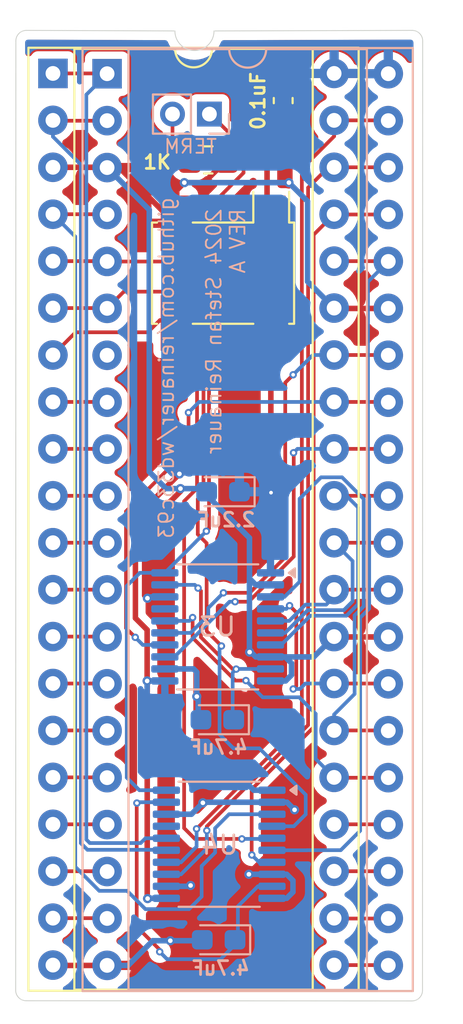
<source format=kicad_pcb>
(kicad_pcb (version 20240108) (generator "pcbnew") (generator_version "8.0")
  (layers (0 "F.Cu" signal) (31 "B.Cu" signal) (34 "B.Paste" user) (35 "F.Paste" user) (36 "B.SilkS" user "B.Silkscreen") (37 "F.SilkS" user "F.Silkscreen") (38 "B.Mask" user) (39 "F.Mask" user) (44 "Edge.Cuts" user))
  (net 0 "")
  (net 1 "VCC")
  (net 2 "GND")
  (net 3 "D2")
  (net 4 "D4")
  (net 5 "D6")
  (net 6 "~{SD2}")
  (net 7 "D0")
  (net 8 "~{RE}")
  (net 9 "~{C}{slash}D")
  (net 10 "~{I{slash}O}")
  (net 11 "~{SD6}")
  (net 12 "~{BSY}")
  (net 13 "D7")
  (net 14 "~{ACK}")
  (net 15 "~{SD5}")
  (net 16 "D3")
  (net 17 "~{SD0}")
  (net 18 "~{SD1}")
  (net 19 "D1")
  (net 20 "INTRQ")
  (net 21 "A0")
  (net 22 "~{CS}")
  (net 23 "ALE")
  (net 24 "~{SD7}")
  (net 25 "~{MR}")
  (net 26 "~{SEL}")
  (net 27 "~{DACK}")
  (net 28 "~{SDP}")
  (net 29 "D5")
  (net 30 "~{REQ}")
  (net 31 "~{MSG}")
  (net 32 "CLK")
  (net 33 "~{SD4}")
  (net 34 "~{DRQ}")
  (net 35 "~{WE}")
  (net 36 "~{ATN}")
  (net 37 "~{SD3}")
  (net 38 "CLK_FAST")
  (net 41 "Net-(U3-VREF1)")
  (net 42 "Net-(U4-VREF1)")
  (net 43 "TERM_ENA")
  (net 44 "Net-(JP1-B)")
  (footprint "Resistor_SMD:R_0805_2012Metric_Pad1.20x1.40mm_HandSolder" (layer "F.Cu") (at 78.07 64.84)
    (property "Reference" "R1" (hide yes))
    (property "Value" "1K")
  )
  (footprint "Package_DIP:DIP-40_W15.24mm_Socket" (layer "F.Cu") (at 69.65 60.16)
    (property "Reference" "U1" (hide yes))
    (property "Value" "~")
  )
  (footprint "Capacitor_SMD:C_0603_1608Metric" (layer "F.Cu") (at 82.13 61.63 -90)
    (property "Reference" "C1" (hide yes))
    (property "Value" "0.1uF")
  )
  (footprint "Oscillator:Oscillator_SMD_Fordahl_DFAS2-4Pin_7.3x5.1mm_HandSoldering" (layer "F.Cu") (at 78.87 70.97 180)
    (property "Reference" "X1" (hide yes))
    (property "Value" "DFA-S2")
  )
  (footprint "wd33c93:DIP-40_W15.24mm_Socket" (layer "F.Cu") (at 72.585 60.175)
    (property "Reference" "U2" (hide yes))
    (property "Value" "~")
  )
  (footprint "Connector_PinHeader_2.00mm:PinHeader_1x02_P2.00mm_Vertical" (layer "B.Cu") (at 78.13 62.36 90)
    (property "Reference" "JP1" (hide yes))
    (property "Value" "Jumper_2_Open")
  )
  (footprint "Package_SO:TSSOP-20_4.4x6.5mm_P0.65mm" (layer "B.Cu") (at 78.5775 90.115 180)
    (property "Reference" "U3")
    (property "Value" "~")
  )
  (footprint "Capacitor_Tantalum_SMD:CP_EIA-2012-12_Kemet-R" (layer "B.Cu") (at 78.56 95.14 180)
    (property "Reference" "C2" (hide yes))
    (property "Value" "4.7uF")
  )
  (footprint "Capacitor_Tantalum_SMD:CP_EIA-2012-12_Kemet-R" (layer "B.Cu") (at 78.63 107.05 180)
    (property "Reference" "C3" (hide yes))
    (property "Value" "4.7uF")
  )
  (footprint "Package_SO:TSSOP-20_4.4x6.5mm_P0.65mm" (layer "B.Cu") (at 78.66 101.88 180)
    (property "Reference" "U4")
    (property "Value" "~")
  )
  (footprint "Capacitor_Tantalum_SMD:CP_EIA-2012-12_Kemet-R" (layer "B.Cu") (at 78.87 82.8 180)
    (property "Reference" "C4" (hide yes))
    (property "Value" "2.2uF")
  )
  (gr_arc (start 68.2 110.35) (mid 67.796949 110.183051) (end 67.63 109.78) (stroke (width 0.05)) (layer "Edge.Cuts"))
  (gr_arc (start 67.64 58.4) (mid 67.806949 57.996949) (end 68.21 57.83) (stroke (width 0.05)) (layer "Edge.Cuts"))
  (gr_line (start 89.69 58.4) (end 89.68 109.79) (stroke (width 0.05)) (layer "Edge.Cuts"))
  (gr_line (start 68.2 110.35) (end 89.11 110.36) (stroke (width 0.05)) (layer "Edge.Cuts"))
  (gr_arc (start 89.12 57.83) (mid 89.523051 57.996949) (end 89.69 58.4) (stroke (width 0.05)) (layer "Edge.Cuts"))
  (gr_arc (start 78.38 57.86) (mid 77.32 58.92) (end 76.26 57.86) (stroke (width 0.05)) (layer "Edge.Cuts"))
  (gr_line (start 67.64 58.4) (end 67.63 109.78) (stroke (width 0.05)) (layer "Edge.Cuts"))
  (gr_line (start 68.21 57.83) (end 76.26 57.86) (stroke (width 0.05)) (layer "Edge.Cuts"))
  (gr_line (start 78.38 57.86) (end 89.12 57.83) (stroke (width 0.05)) (layer "Edge.Cuts"))
  (gr_arc (start 89.68 109.79) (mid 89.513051 110.193051) (end 89.11 110.36) (stroke (width 0.05)) (layer "Edge.Cuts"))
  (gr_text "github.com/reinauer/wd33c93\n\n 2024 Stefan Reinauer\n REV A" (at 80.13 66.8 90) (layer "B.SilkS") (effects (font (size 0.8 0.8) (thickness 0.1) (bold yes)) (justify left bottom mirror)))
  (gr_text "TERM" (at 78.6 64.55 0) (layer "B.SilkS") (effects (font (size 0.75 0.75) (thickness 0.1)) (justify left bottom mirror)))
  (segment (start 81.255 61.255) (end 81.255 68.045) (width 0.3) (layer "F.Cu") (net 1))
  (segment (start 81.47 82.85) (end 81.46 82.84) (width 0.3) (layer "F.Cu") (net 1))
  (segment (start 82.7538 60.5575) (end 82.4563 60.855) (width 0.3) (layer "F.Cu") (net 1))
  (segment (start 81.46 73.69) (end 81.48 73.67) (width 0.3) (layer "F.Cu") (net 1))
  (segment (start 74.12 84.22) (end 74.12 89.639403) (width 0.3) (layer "F.Cu") (net 1))
  (segment (start 74.76 93.045) (end 74.755 93.04) (width 0.3) (layer "F.Cu") (net 1))
  (segment (start 87.61 60.26) (end 84.89 60.26) (width 0.3) (layer "F.Cu") (net 1))
  (segment (start 74.755 90.274403) (end 74.755 93.04) (width 0.3) (layer "F.Cu") (net 1))
  (segment (start 84.89 60.26) (end 83.0513 60.26) (width 0.3) (layer "F.Cu") (net 1))
  (segment (start 82.13 60.855) (end 81.655 60.855) (width 0.3) (layer "F.Cu") (net 1))
  (segment (start 74.78 104.82) (end 74.76 104.8) (width 0.3) (layer "F.Cu") (net 1))
  (segment (start 81.48 68.27) (end 81.48 73.67) (width 0.3) (layer "F.Cu") (net 1))
  (segment (start 81.46 82.84) (end 81.46 73.69) (width 0.3) (layer "F.Cu") (net 1))
  (segment (start 74.12 89.639403) (end 74.755 90.274403) (width 0.3) (layer "F.Cu") (net 1))
  (segment (start 74.76 104.8) (end 74.76 93.045) (width 0.3) (layer "F.Cu") (net 1))
  (segment (start 81.655 60.855) (end 81.255 61.255) (width 0.3) (layer "F.Cu") (net 1))
  (segment (start 83.0513 60.26) (end 82.7538 60.5575) (width 0.3) (layer "F.Cu") (net 1))
  (segment (start 76.504265 81.835735) (end 74.12 84.22) (width 0.3) (layer "F.Cu") (net 1))
  (via (at 74.755 93.04) (size 0.5) (drill 0.25) (layers "F.Cu" "B.Cu") (net 1))
  (via (at 76.504265 81.835735) (size 0.5) (drill 0.25) (layers "F.Cu" "B.Cu") (net 1))
  (via (at 74.78 104.82) (size 0.5) (drill 0.25) (layers "F.Cu" "B.Cu") (net 1))
  (via (at 81.47 82.85) (size 0.4) (drill 0.2) (layers "F.Cu" "B.Cu") (net 1))
  (segment (start 81.47 82.85) (end 81.44 82.88) (width 0.3) (layer "B.Cu") (net 1))
  (segment (start 76.565 81.775) (end 76.504265 81.835735) (width 0.3) (layer "B.Cu") (net 1))
  (segment (start 76.91 96.42) (end 78 96.42) (width 0.3) (layer "B.Cu") (net 1))
  (segment (start 80.535 98.955) (end 81.135 98.955) (width 0.3) (layer "B.Cu") (net 1))
  (segment (start 81.44 82.88) (end 81.44 87.19) (width 0.3) (layer "B.Cu") (net 1))
  (segment (start 79.78 82.71) (end 79.78 81.8) (width 0.3) (layer "B.Cu") (net 1))
  (segment (start 79.92 82.85) (end 79.78 82.71) (width 0.3) (layer "B.Cu") (net 1))
  (segment (start 74.795 104.805) (end 75.7975 104.805) (width 0.3) (layer "B.Cu") (net 1))
  (segment (start 81.47 82.85) (end 79.92 82.85) (width 0.3) (layer "B.Cu") (net 1))
  (segment (start 78 96.42) (end 80.535 98.955) (width 0.3) (layer "B.Cu") (net 1))
  (segment (start 79.78 81.8) (end 79.755 81.775) (width 0.3) (layer "B.Cu") (net 1))
  (segment (start 74.755 93.04) (end 75.715 93.04) (width 0.3) (layer "B.Cu") (net 1))
  (segment (start 74.755 93.04) (end 74.755 94.265) (width 0.3) (layer "B.Cu") (net 1))
  (segment (start 79.755 81.775) (end 76.565 81.775) (width 0.3) (layer "B.Cu") (net 1))
  (segment (start 74.78 104.82) (end 74.795 104.805) (width 0.3) (layer "B.Cu") (net 1))
  (segment (start 74.755 94.265) (end 76.91 96.42) (width 0.3) (layer "B.Cu") (net 1))
  (segment (start 77.11 106) (end 76.01 107.1) (width 0.3) (layer "F.Cu") (net 2))
  (segment (start 74.62 84.72) (end 76.5608 82.7792) (width 0.3) (layer "F.Cu") (net 2))
  (segment (start 80.2697 103.505) (end 80.2697 103.468829) (width 0.3) (layer "F.Cu") (net 2))
  (segment (start 87.83 90.66) (end 84.91 90.66) (width 0.3) (layer "F.Cu") (net 2))
  (segment (start 82.745735 100.992794) (end 82.745735 100.015735) (width 0.3) (layer "F.Cu") (net 2))
  (segment (start 77.4465 99.3069) (end 77.7757 99.6361) (width 0.3) (layer "F.Cu") (net 2))
  (segment (start 76.5608 82.7792) (end 76.5608 82.6297) (width 0.3) (layer "F.Cu") (net 2))
  (segment (start 77.11 104.11) (end 77.11 106) (width 0.3) (layer "F.Cu") (net 2))
  (segment (start 80.71 93.268529) (end 80.71 91.88) (width 0.3) (layer "F.Cu") (net 2))
  (segment (start 77.11 104.11) (end 79.63 104.11) (width 0.3) (layer "F.Cu") (net 2))
  (segment (start 77.4465 93.8838) (end 80.094729 93.8838) (width 0.3) (layer "F.Cu") (net 2))
  (segment (start 80.2697 103.468829) (end 82.745735 100.992794) (width 0.3) (layer "F.Cu") (net 2))
  (segment (start 73.23 65.24) (end 76.26 68.27) (width 0.3) (layer "F.Cu") (net 2))
  (segment (start 76.26 66.58) (end 76.77 66.07) (width 0.3) (layer "F.Cu") (net 2))
  (segment (start 80.71 91.88) (end 80.31 91.48) (width 0.3) (layer "F.Cu") (net 2))
  (segment (start 80.094729 93.8838) (end 80.71 93.268529) (width 0.3) (layer "F.Cu") (net 2))
  (segment (start 72.59 108.44) (end 69.67 108.44) (width 0.3) (layer "F.Cu") (net 2))
  (segment (start 80.235 103.505) (end 80.2697 103.505) (width 0.3) (layer "F.Cu") (net 2))
  (segment (start 82.13 62.405) (end 82.13 65.76) (width 0.3) (layer "F.Cu") (net 2))
  (segment (start 77.4465 93.8838) (end 77.4465 99.3069) (width 0.3) (layer "F.Cu") (net 2))
  (segment (start 74.77 88.563442) (end 74.62 88.413442) (width 0.3) (layer "F.Cu") (net 2))
  (segment (start 79.63 104.11) (end 80.235 103.505) (width 0.3) (layer "F.Cu") (net 2))
  (segment (start 69.65 65.24) (end 73.23 65.24) (width 0.3) (layer "F.Cu") (net 2))
  (segment (start 77.84 66.07) (end 79.07 64.84) (width 0.3) (layer "F.Cu") (net 2))
  (segment (start 87.83 72.88) (end 84.91 72.88) (width 0.3) (layer "F.Cu") (net 2))
  (segment (start 76.26 68.27) (end 76.26 66.58) (width 0.3) (layer "F.Cu") (net 2))
  (segment (start 82.13 65.76) (end 82.44 66.07) (width 0.3) (layer "F.Cu") (net 2))
  (segment (start 76.77 66.07) (end 77.84 66.07) (width 0.3) (layer "F.Cu") (net 2))
  (segment (start 74.62 88.413442) (end 74.62 84.72) (width 0.3) (layer "F.Cu") (net 2))
  (via (at 80.2697 103.505) (size 0.5) (drill 0.25) (layers "F.Cu" "B.Cu") (net 2))
  (via (at 80.31 91.48) (size 0.5) (drill 0.25) (layers "F.Cu" "B.Cu") (net 2))
  (via (at 76.5608 82.6297) (size 0.5) (drill 0.25) (layers "F.Cu" "B.Cu") (net 2))
  (via (at 82.44 66.07) (size 0.5) (drill 0.25) (layers "F.Cu" "B.Cu") (net 2))
  (via (at 77.7757 99.6361) (size 0.5) (drill 0.25) (layers "F.Cu" "B.Cu") (net 2))
  (via (at 74.77 88.563442) (size 0.5) (drill 0.25) (layers "F.Cu" "B.Cu") (net 2))
  (via (at 76.01 107.1) (size 0.5) (drill 0.25) (layers "F.Cu" "B.Cu") (net 2))
  (via (at 76.77 66.07) (size 0.5) (drill 0.25) (layers "F.Cu" "B.Cu") (net 2))
  (via (at 77.4465 93.8838) (size 0.5) (drill 0.25) (layers "F.Cu" "B.Cu") (net 2))
  (via (at 82.745735 100.015735) (size 0.5) (drill 0.25) (layers "F.Cu" "B.Cu") (net 2))
  (via (at 77.11 104.11) (size 0.5) (drill 0.25) (layers "F.Cu" "B.Cu") (net 2))
  (segment (start 77.7757 99.6361) (end 77.1568 100.255) (width 0.3) (layer "B.Cu") (net 2))
  (segment (start 76.01 107.1) (end 75.06137 107.1) (width 0.3) (layer "B.Cu") (net 2))
  (segment (start 76.5608 82.6297) (end 75.7797 82.6297) (width 0.3) (layer "B.Cu") (net 2))
  (segment (start 77.11 104.11) (end 77.065 104.155) (width 0.3) (layer "B.Cu") (net 2))
  (segment (start 80.642622 91.74) (end 80.77 91.74) (width 0.3) (layer "B.Cu") (net 2))
  (segment (start 82.335 99.605) (end 82.745735 100.015735) (width 0.3) (layer "B.Cu") (net 2))
  (segment (start 77.5225 93.9598) (end 77.4465 93.8838) (width 0.3) (layer "B.Cu") (net 2))
  (segment (start 80.3 91.397378) (end 80.642622 91.74) (width 0.3) (layer "B.Cu") (net 2))
  (segment (start 77.2716 92.39) (end 77.4465 92.5649) (width 0.3) (layer "B.Cu") (net 2))
  (segment (start 77.8068 99.605) (end 81.5225 99.605) (width 0.3) (layer "B.Cu") (net 2))
  (segment (start 77.065 104.155) (end 75.7975 104.155) (width 0.3) (layer "B.Cu") (net 2))
  (segment (start 77.4465 92.5649) (end 77.4465 93.8838) (width 0.3) (layer "B.Cu") (net 2))
  (segment (start 74.843442 88.49) (end 75.715 88.49) (width 0.3) (layer "B.Cu") (net 2))
  (segment (start 82.335 99.605) (end 81.5225 99.605) (width 0.3) (layer "B.Cu") (net 2))
  (segment (start 76.01 107.1) (end 77.27 107.1) (width 0.3) (layer "B.Cu") (net 2))
  (segment (start 73.72137 108.44) (end 72.59 108.44) (width 0.3) (layer "B.Cu") (net 2))
  (segment (start 82.319878 103.505) (end 82.66 103.845122) (width 0.3) (layer "B.Cu") (net 2))
  (segment (start 83.45 71.42) (end 84.89 72.86) (width 0.3) (layer "B.Cu") (net 2))
  (segment (start 74.77 88.563442) (end 74.843442 88.49) (width 0.3) (layer "B.Cu") (net 2))
  (segment (start 74.87 67.54) (end 72.585 65.255) (width 0.3) (layer "B.Cu") (net 2))
  (segment (start 75.7797 82.6297) (end 74.87 81.72) (width 0.3) (layer "B.Cu") (net 2))
  (segment (start 82.44 66.07) (end 83.45 67.08) (width 0.3) (layer "B.Cu") (net 2))
  (segment (start 77.7757 99.6361) (end 77.8068 99.605) (width 0.3) (layer "B.Cu") (net 2))
  (segment (start 80.3025 87.499878) (end 80.642622 87.84) (width 0.3) (layer "B.Cu") (net 2))
  (segment (start 82.44 66.07) (end 76.77 66.07) (width 0.3) (layer "B.Cu") (net 2))
  (segment (start 81.5225 103.505) (end 82.319878 103.505) (width 0.3) (layer "B.Cu") (net 2))
  (segment (start 82.237378 91.74) (end 82.5775 92.080122) (width 0.3) (layer "B.Cu") (net 2))
  (segment (start 75.7975 100.255) (end 77.1568 100.255) (width 0.3) (layer "B.Cu") (net 2))
  (segment (start 77.5225 95.14) (end 77.5225 93.9598) (width 0.3) (layer "B.Cu") (net 2))
  (segment (start 81.44 91.74) (end 83.79 91.74) (width 0.3) (layer "B.Cu") (net 2))
  (segment (start 80.3025 85.3025) (end 80.3025 87.499878) (width 0.3) (layer "B.Cu") (net 2))
  (segment (start 77.8325 82.8325) (end 80.3025 85.3025) (width 0.3) (layer "B.Cu") (net 2))
  (segment (start 74.87 81.72) (end 74.87 67.54) (width 0.3) (layer "B.Cu") (net 2))
  (segment (start 75.06137 107.1) (end 73.72137 108.44) (width 0.3) (layer "B.Cu") (net 2))
  (segment (start 80.642622 87.84) (end 81.44 87.84) (width 0.3) (layer "B.Cu") (net 2))
  (segment (start 81.5225 103.505) (end 80.2697 103.505) (width 0.3) (layer "B.Cu") (net 2))
  (segment (start 83.45 67.08) (end 83.45 71.42) (width 0.3) (layer "B.Cu") (net 2))
  (segment (start 76.5608 82.6297) (end 77.6622 82.6297) (width 0.3) (layer "B.Cu") (net 2))
  (segment (start 77.27 107.1) (end 77.6 106.77) (width 0.3) (layer "B.Cu") (net 2))
  (segment (start 80.3 87.497378) (end 80.3 91.397378) (width 0.3) (layer "B.Cu") (net 2))
  (segment (start 82.319878 104.805) (end 81.5225 104.805) (width 0.3) (layer "B.Cu") (net 2))
  (segment (start 77.2716 92.39) (end 75.715 92.39) (width 0.3) (layer "B.Cu") (net 2))
  (segment (start 82.66 103.845122) (end 82.66 104.464878) (width 0.3) (layer "B.Cu") (net 2))
  (segment (start 83.79 91.74) (end 84.89 90.64) (width 0.3) (layer "B.Cu") (net 2))
  (segment (start 82.66 104.464878) (end 82.319878 104.805) (width 0.3) (layer "B.Cu") (net 2))
  (segment (start 82.5775 92.7225) (end 82.26 93.04) (width 0.3) (layer "B.Cu") (net 2))
  (segment (start 81.44 91.74) (end 82.237378 91.74) (width 0.3) (layer "B.Cu") (net 2))
  (segment (start 82.26 93.04) (end 81.44 93.04) (width 0.3) (layer "B.Cu") (net 2))
  (segment (start 82.5775 92.080122) (end 82.5775 92.7225) (width 0.3) (layer "B.Cu") (net 2))
  (segment (start 69.65 90.64) (end 72.57 90.64) (width 0.2) (layer "F.Cu") (net 3))
  (segment (start 69.65 95.72) (end 72.57 95.72) (width 0.2) (layer "F.Cu") (net 4))
  (segment (start 69.65 100.8) (end 72.57 100.8) (width 0.2) (layer "F.Cu") (net 5))
  (segment (start 84.89 88.1) (end 87.81 88.1) (width 0.2) (layer "F.Cu") (net 6))
  (segment (start 84.46 88.91) (end 83.335736 88.91) (width 0.2) (layer "B.Cu") (net 6))
  (segment (start 82.455736 89.79) (end 81.44 89.79) (width 0.2) (layer "B.Cu") (net 6))
  (segment (start 83.335736 88.91) (end 82.455736 89.79) (width 0.2) (layer "B.Cu") (net 6))
  (segment (start 84.89 88.48) (end 84.46 88.91) (width 0.2) (layer "B.Cu") (net 6))
  (segment (start 69.65 85.56) (end 72.57 85.56) (width 0.2) (layer "F.Cu") (net 7))
  (segment (start 84.89 103.34) (end 87.81 103.34) (width 0.2) (layer "F.Cu") (net 8))
  (segment (start 69.65 67.78) (end 72.57 67.78) (width 0.2) (layer "F.Cu") (net 9))
  (segment (start 77.028529 105.39) (end 77.71 104.708529) (width 0.2) (layer "B.Cu") (net 9))
  (segment (start 70.86 68.99) (end 70.86 103.1) (width 0.2) (layer "B.Cu") (net 9))
  (segment (start 79.195 100.255) (end 81.5225 100.255) (width 0.2) (layer "B.Cu") (net 9))
  (segment (start 70.86 103.1) (end 72.16 104.4) (width 0.2) (layer "B.Cu") (net 9))
  (segment (start 74.66 105.39) (end 77.028529 105.39) (width 0.2) (layer "B.Cu") (net 9))
  (segment (start 73.67 104.4) (end 74.66 105.39) (width 0.2) (layer "B.Cu") (net 9))
  (segment (start 77.71 103.06) (end 78.44 102.33) (width 0.2) (layer "B.Cu") (net 9))
  (segment (start 69.65 67.78) (end 70.86 68.99) (width 0.2) (layer "B.Cu") (net 9))
  (segment (start 78.44 102.33) (end 78.44 101.01) (width 0.2) (layer "B.Cu") (net 9))
  (segment (start 78.44 101.01) (end 79.195 100.255) (width 0.2) (layer "B.Cu") (net 9))
  (segment (start 77.71 104.708529) (end 77.71 103.06) (width 0.2) (layer "B.Cu") (net 9))
  (segment (start 72.16 104.4) (end 73.67 104.4) (width 0.2) (layer "B.Cu") (net 9))
  (segment (start 69.65 60.16) (end 72.57 60.16) (width 0.2) (layer "F.Cu") (net 10))
  (segment (start 71.46 101.625) (end 71.46 61.31) (width 0.2) (layer "B.Cu") (net 10))
  (segment (start 71.46 61.31) (end 72.59 60.18) (width 0.2) (layer "B.Cu") (net 10))
  (segment (start 74.665 101.555) (end 74.405 101.815) (width 0.2) (layer "B.Cu") (net 10))
  (segment (start 74.405 101.815) (end 71.65 101.815) (width 0.2) (layer "B.Cu") (net 10))
  (segment (start 75.7975 101.555) (end 74.665 101.555) (width 0.2) (layer "B.Cu") (net 10))
  (segment (start 71.65 101.815) (end 71.46 101.625) (width 0.2) (layer "B.Cu") (net 10))
  (segment (start 77 78.52) (end 76.99595 78.51595) (width 0.2) (layer "F.Cu") (net 11))
  (segment (start 84.89 77.94) (end 87.81 77.94) (width 0.2) (layer "F.Cu") (net 11))
  (segment (start 77 80.47) (end 77 78.52) (width 0.2) (layer "F.Cu") (net 11))
  (segment (start 73.61 83.86) (end 77 80.47) (width 0.2) (layer "F.Cu") (net 11))
  (segment (start 73.61 90.18) (end 73.61 83.86) (width 0.2) (layer "F.Cu") (net 11))
  (segment (start 74.11 90.68) (end 73.61 90.18) (width 0.2) (layer "F.Cu") (net 11))
  (via (at 74.11 90.68) (size 0.4) (drill 0.2) (layers "F.Cu" "B.Cu") (net 11))
  (via (at 76.99595 78.51595) (size 0.4) (drill 0.2) (layers "F.Cu" "B.Cu") (net 11))
  (segment (start 74.11 90.68) (end 74.52 91.09) (width 0.2) (layer "B.Cu") (net 11))
  (segment (start 77.5719 77.94) (end 84.89 77.94) (width 0.2) (layer "B.Cu") (net 11))
  (segment (start 76.99595 78.51595) (end 77.5719 77.94) (width 0.2) (layer "B.Cu") (net 11))
  (segment (start 74.52 91.09) (end 75.715 91.09) (width 0.2) (layer "B.Cu") (net 11))
  (segment (start 77.81 72.04) (end 76.11 70.34) (width 0.2) (layer "F.Cu") (net 12))
  (segment (start 78.78 91.14) (end 77.98 90.34) (width 0.2) (layer "F.Cu") (net 12))
  (segment (start 72.57 70.32) (end 69.65 70.32) (width 0.2) (layer "F.Cu") (net 12))
  (segment (start 77.98 90.34) (end 77.98 85.586397) (width 0.2) (layer "F.Cu") (net 12))
  (segment (start 77.5 85.106397) (end 77.5 83.19) (width 0.2) (layer "F.Cu") (net 12))
  (segment (start 77.98 85.586397) (end 77.5 85.106397) (width 0.2) (layer "F.Cu") (net 12))
  (segment (start 77.81 82.88) (end 77.81 72.04) (width 0.2) (layer "F.Cu") (net 12))
  (segment (start 76.11 70.34) (end 72.59 70.34) (width 0.2) (layer "F.Cu") (net 12))
  (segment (start 78.78 91.15) (end 78.78 91.14) (width 0.2) (layer "F.Cu") (net 12))
  (segment (start 77.5 83.19) (end 77.81 82.88) (width 0.2) (layer "F.Cu") (net 12))
  (via (at 78.78 91.15) (size 0.4) (drill 0.2) (layers "F.Cu" "B.Cu") (net 12))
  (segment (start 83.35 100.26) (end 82.705 100.905) (width 0.2) (layer "B.Cu") (net 12))
  (segment (start 82.705 100.905) (end 81.5225 100.905) (width 0.2) (layer "B.Cu") (net 12))
  (segment (start 83.35 99.2) (end 83.35 100.26) (width 0.2) (layer "B.Cu") (net 12))
  (segment (start 78.68 95.9356) (end 79.4327 96.6883) (width 0.2) (layer "B.Cu") (net 12))
  (segment (start 80.8383 96.6883) (end 83.35 99.2) (width 0.2) (layer "B.Cu") (net 12))
  (segment (start 78.78 91.15) (end 78.68 91.25) (width 0.2) (layer "B.Cu") (net 12))
  (segment (start 79.4327 96.6883) (end 80.8383 96.6883) (width 0.2) (layer "B.Cu") (net 12))
  (segment (start 78.68 91.25) (end 78.68 95.9356) (width 0.2) (layer "B.Cu") (net 12))
  (segment (start 69.65 103.34) (end 72.57 103.34) (width 0.2) (layer "F.Cu") (net 13))
  (segment (start 84.89 65.24) (end 87.81 65.24) (width 0.2) (layer "F.Cu") (net 14))
  (segment (start 83.48 66.34) (end 84.58 65.24) (width 0.2) (layer "F.Cu") (net 14))
  (segment (start 83.48 95.424264) (end 83.48 66.34) (width 0.2) (layer "F.Cu") (net 14))
  (segment (start 77.99 101.14) (end 77.99 100.914264) (width 0.2) (layer "F.Cu") (net 14))
  (segment (start 77.99 100.914264) (end 83.48 95.424264) (width 0.2) (layer "F.Cu") (net 14))
  (via (at 77.99 101.14) (size 0.4) (drill 0.2) (layers "F.Cu" "B.Cu") (net 14))
  (segment (start 77.99 102.108818) (end 76.593818 103.505) (width 0.2) (layer "B.Cu") (net 14))
  (segment (start 76.593818 103.505) (end 75.7975 103.505) (width 0.2) (layer "B.Cu") (net 14))
  (segment (start 77.99 101.14) (end 77.99 102.108818) (width 0.2) (layer "B.Cu") (net 14))
  (segment (start 82.7 86.31) (end 82.7 80.7) (width 0.2) (layer "F.Cu") (net 15))
  (segment (start 79.521621 88.752356) (end 80.257644 88.752356) (width 0.2) (layer "F.Cu") (net 15))
  (segment (start 84.89 80.48) (end 87.81 80.48) (width 0.2) (layer "F.Cu") (net 15))
  (segment (start 82.7 80.7) (end 82.69 80.69) (width 0.2) (layer "F.Cu") (net 15))
  (segment (start 80.257644 88.752356) (end 82.7 86.31) (width 0.2) (layer "F.Cu") (net 15))
  (via (at 79.521621 88.752356) (size 0.4) (drill 0.2) (layers "F.Cu" "B.Cu") (net 15))
  (via (at 82.69 80.69) (size 0.4) (drill 0.2) (layers "F.Cu" "B.Cu") (net 15))
  (segment (start 79.220115 88.752356) (end 76.232471 91.74) (width 0.2) (layer "B.Cu") (net 15))
  (segment (start 82.69 80.69) (end 82.9 80.48) (width 0.2) (layer "B.Cu") (net 15))
  (segment (start 82.9 80.48) (end 84.89 80.48) (width 0.2) (layer "B.Cu") (net 15))
  (segment (start 79.521621 88.752356) (end 79.220115 88.752356) (width 0.2) (layer "B.Cu") (net 15))
  (segment (start 69.65 93.18) (end 72.57 93.18) (width 0.2) (layer "F.Cu") (net 16))
  (segment (start 84.89 95.72) (end 87.81 95.72) (width 0.2) (layer "F.Cu") (net 17))
  (segment (start 83.02 87.67) (end 82.2 88.49) (width 0.2) (layer "B.Cu") (net 17))
  (segment (start 83.02 83.18) (end 83.02 87.67) (width 0.2) (layer "B.Cu") (net 17))
  (segment (start 86 89.494264) (end 86.49 89.004264) (width 0.2) (layer "B.Cu") (net 17))
  (segment (start 86 93.7462) (end 86 89.494264) (width 0.2) (layer "B.Cu") (net 17))
  (segment (start 86.49 89.004264) (end 86.49 83.19) (width 0.2) (layer "B.Cu") (net 17))
  (segment (start 85.32 82.02) (end 84.18 82.02) (width 0.2) (layer "B.Cu") (net 17))
  (segment (start 84.89 94.8562) (end 86 93.7462) (width 0.2) (layer "B.Cu") (net 17))
  (segment (start 86.49 83.19) (end 85.32 82.02) (width 0.2) (layer "B.Cu") (net 17))
  (segment (start 84.18 82.02) (end 83.02 83.18) (width 0.2) (layer "B.Cu") (net 17))
  (segment (start 82.2 88.49) (end 81.44 88.49) (width 0.2) (layer "B.Cu") (net 17))
  (segment (start 84.89 95.72) (end 84.89 94.8562) (width 0.2) (layer "B.Cu") (net 17))
  (segment (start 82.84 89.33) (end 82.475 88.965) (width 0.2) (layer "F.Cu") (net 18))
  (segment (start 82.672647 93.475572) (end 82.84 93.308219) (width 0.2) (layer "F.Cu") (net 18))
  (segment (start 84.89 93.18) (end 87.81 93.18) (width 0.2) (layer "F.Cu") (net 18))
  (segment (start 82.84 93.308219) (end 82.84 89.33) (width 0.2) (layer "F.Cu") (net 18))
  (via (at 82.672647 93.475572) (size 0.4) (drill 0.2) (layers "F.Cu" "B.Cu") (net 18))
  (via (at 82.475 88.965) (size 0.4) (drill 0.2) (layers "F.Cu" "B.Cu") (net 18))
  (segment (start 82.672647 93.475572) (end 83.034428 93.475572) (width 0.2) (layer "B.Cu") (net 18))
  (segment (start 82.3 89.14) (end 81.44 89.14) (width 0.2) (layer "B.Cu") (net 18))
  (segment (start 83.034428 93.475572) (end 83.33 93.18) (width 0.2) (layer "B.Cu") (net 18))
  (segment (start 82.475 88.965) (end 82.3 89.14) (width 0.2) (layer "B.Cu") (net 18))
  (segment (start 83.33 93.18) (end 84.89 93.18) (width 0.2) (layer "B.Cu") (net 18))
  (segment (start 69.65 88.1) (end 72.57 88.1) (width 0.2) (layer "F.Cu") (net 19))
  (segment (start 69.65 83.02) (end 72.57 83.02) (width 0.2) (layer "F.Cu") (net 20))
  (segment (start 69.65 105.88) (end 72.57 105.88) (width 0.2) (layer "F.Cu") (net 21))
  (segment (start 84.89 108.42) (end 87.81 108.42) (width 0.2) (layer "F.Cu") (net 22))
  (segment (start 84.89 100.8) (end 87.81 100.8) (width 0.2) (layer "F.Cu") (net 23))
  (segment (start 82.24 76.8983) (end 82.66915 76.46915) (width 0.2) (layer "F.Cu") (net 24))
  (segment (start 84.89 75.4) (end 87.81 75.4) (width 0.2) (layer "F.Cu") (net 24))
  (segment (start 80.315736 88.27) (end 82.24 86.345736) (width 0.2) (layer "F.Cu") (net 24))
  (segment (start 78.89 88.27) (end 80.315736 88.27) (width 0.2) (layer "F.Cu") (net 24))
  (segment (start 82.24 86.345736) (end 82.24 76.8983) (width 0.2) (layer "F.Cu") (net 24))
  (via (at 82.66915 76.46915) (size 0.4) (drill 0.2) (layers "F.Cu" "B.Cu") (net 24))
  (via (at 78.89 88.27) (size 0.4) (drill 0.2) (layers "F.Cu" "B.Cu") (net 24))
  (segment (start 82.66915 76.46915) (end 83.7383 75.4) (width 0.2) (layer "B.Cu") (net 24))
  (segment (start 78.89 88.27) (end 78.07 89.09) (width 0.2) (layer "B.Cu") (net 24))
  (segment (start 77.108207 90.44) (end 75.715 90.44) (width 0.2) (layer "B.Cu") (net 24))
  (segment (start 83.7383 75.4) (end 84.89 75.4) (width 0.2) (layer "B.Cu") (net 24))
  (segment (start 78.07 89.478207) (end 77.108207 90.44) (width 0.2) (layer "B.Cu") (net 24))
  (segment (start 78.07 89.09) (end 78.07 89.478207) (width 0.2) (layer "B.Cu") (net 24))
  (segment (start 84.89 70.32) (end 87.81 70.32) (width 0.2) (layer "F.Cu") (net 25))
  (segment (start 81.5225 102.205) (end 83.423 102.205) (width 0.2) (layer "B.Cu") (net 25))
  (segment (start 86.79 89.128528) (end 86.79 83.065736) (width 0.2) (layer "B.Cu") (net 25))
  (segment (start 86.79 83.065736) (end 86.725 83.000736) (width 0.2) (layer "B.Cu") (net 25))
  (segment (start 85.25 102.2) (end 86.3 101.15) (width 0.2) (layer "B.Cu") (net 25))
  (segment (start 86.725 83.000736) (end 86.725 71.435) (width 0.2) (layer "B.Cu") (net 25))
  (segment (start 86.3 89.618528) (end 86.79 89.128528) (width 0.2) (layer "B.Cu") (net 25))
  (segment (start 83.428 102.2) (end 85.25 102.2) (width 0.2) (layer "B.Cu") (net 25))
  (segment (start 83.423 102.205) (end 83.428 102.2) (width 0.2) (layer "B.Cu") (net 25))
  (segment (start 86.3 101.15) (end 86.3 89.618528) (width 0.2) (layer "B.Cu") (net 25))
  (segment (start 86.725 71.435) (end 87.825 70.335) (width 0.2) (layer "B.Cu") (net 25))
  (segment (start 77.46 72.2) (end 77.46 82.613811) (width 0.2) (layer "F.Cu") (net 26))
  (segment (start 77.23 71.97) (end 77.46 72.2) (width 0.2) (layer "F.Cu") (net 26))
  (segment (start 76.76 83.313811) (end 76.76 101.005997) (width 0.2) (layer "F.Cu") (net 26))
  (segment (start 69.65 72.86) (end 72.57 72.86) (width 0.2) (layer "F.Cu") (net 26))
  (segment (start 72.585 72.875) (end 73.49 71.97) (width 0.2) (layer "F.Cu") (net 26))
  (segment (start 73.49 71.97) (end 77.23 71.97) (width 0.2) (layer "F.Cu") (net 26))
  (segment (start 76.76 101.005997) (end 77.344003 101.59) (width 0.2) (layer "F.Cu") (net 26))
  (segment (start 77.344003 101.59) (end 79.89 101.59) (width 0.2) (layer "F.Cu") (net 26))
  (segment (start 77.46 82.613811) (end 76.76 83.313811) (width 0.2) (layer "F.Cu") (net 26))
  (via (at 79.89 101.59) (size 0.4) (drill 0.2) (layers "F.Cu" "B.Cu") (net 26))
  (segment (start 79.89 101.59) (end 81.4875 101.59) (width 0.2) (layer "B.Cu") (net 26))
  (segment (start 69.65 80.48) (end 72.57 80.48) (width 0.2) (layer "F.Cu") (net 27))
  (segment (start 87.83 98.28) (end 84.91 98.28) (width 0.2) (layer "F.Cu") (net 28))
  (segment (start 77.22 89.61) (end 77.22 90.701264) (width 0.2) (layer "F.Cu") (net 28))
  (segment (start 79.538736 93.02) (end 80.11 93.02) (width 0.2) (layer "F.Cu") (net 28))
  (segment (start 77.22 90.701264) (end 79.538736 93.02) (width 0.2) (layer "F.Cu") (net 28))
  (via (at 80.11 93.02) (size 0.4) (drill 0.2) (layers "F.Cu" "B.Cu") (net 28))
  (via (at 77.22 89.61) (size 0.4) (drill 0.2) (layers "F.Cu" "B.Cu") (net 28))
  (segment (start 77.22 89.61) (end 77.04 89.79) (width 0.2) (layer "B.Cu") (net 28))
  (segment (start 83.89 94.82) (end 83.89 97.26) (width 0.2) (layer "B.Cu") (net 28))
  (segment (start 77.04 89.79) (end 75.715 89.79) (width 0.2) (layer "B.Cu") (net 28))
  (segment (start 83.89 97.26) (end 84.89 98.26) (width 0.2) (layer "B.Cu") (net 28))
  (segment (start 82.995572 93.925572) (end 83.89 94.82) (width 0.2) (layer "B.Cu") (net 28))
  (segment (start 81.015572 93.925572) (end 82.995572 93.925572) (width 0.2) (layer "B.Cu") (net 28))
  (segment (start 80.11 93.02) (end 81.015572 93.925572) (width 0.2) (layer "B.Cu") (net 28))
  (segment (start 69.65 98.26) (end 72.57 98.26) (width 0.2) (layer "F.Cu") (net 29))
  (segment (start 83.14 65.3138) (end 84.89 63.5638) (width 0.2) (layer "F.Cu") (net 30))
  (segment (start 77.4352 101.0448) (end 83.14 95.34) (width 0.2) (layer "F.Cu") (net 30))
  (segment (start 83.14 95.34) (end 83.14 65.3138) (width 0.2) (layer "F.Cu") (net 30))
  (segment (start 84.89 63.5638) (end 84.89 62.7) (width 0.2) (layer "F.Cu") (net 30))
  (segment (start 84.89 62.7) (end 87.81 62.7) (width 0.2) (layer "F.Cu") (net 30))
  (via (at 77.4352 101.0448) (size 0.4) (drill 0.2) (layers "F.Cu" "B.Cu") (net 30))
  (segment (start 76.5896 102.855) (end 75.7975 102.855) (width 0.2) (layer "B.Cu") (net 30))
  (segment (start 77.4352 102.0094) (end 76.5896 102.855) (width 0.2) (layer "B.Cu") (net 30))
  (segment (start 77.4352 101.0448) (end 77.4352 102.0094) (width 0.2) (layer "B.Cu") (net 30))
  (segment (start 72.59 62.72) (end 69.67 62.72) (width 0.2) (layer "F.Cu") (net 31))
  (segment (start 69.65 63.5832) (end 71.16 65.0932) (width 0.2) (layer "B.Cu") (net 31))
  (segment (start 69.65 62.7) (end 69.65 63.5832) (width 0.2) (layer "B.Cu") (net 31))
  (segment (start 71.52 102.18) (end 75.7725 102.18) (width 0.2) (layer "B.Cu") (net 31))
  (segment (start 71.16 101.82) (end 71.52 102.18) (width 0.2) (layer "B.Cu") (net 31))
  (segment (start 71.16 65.0932) (end 71.16 101.82) (width 0.2) (layer "B.Cu") (net 31))
  (segment (start 84.89 83.02) (end 87.81 83.02) (width 0.2) (layer "F.Cu") (net 33))
  (segment (start 85.56 83.02) (end 86.19 83.65) (width 0.2) (layer "B.Cu") (net 33))
  (segment (start 85.56 89.51) (end 83.6 89.51) (width 0.2) (layer "B.Cu") (net 33))
  (segment (start 86.19 88.88) (end 85.56 89.51) (width 0.2) (layer "B.Cu") (net 33))
  (segment (start 83.6 89.51) (end 82.02 91.09) (width 0.2) (layer "B.Cu") (net 33))
  (segment (start 86.19 83.65) (end 86.19 88.88) (width 0.2) (layer "B.Cu") (net 33))
  (segment (start 69.65 77.94) (end 72.57 77.94) (width 0.2) (layer "F.Cu") (net 34))
  (segment (start 87.83 105.9) (end 84.91 105.9) (width 0.2) (layer "F.Cu") (net 35))
  (segment (start 83.78 68.89) (end 84.89 67.78) (width 0.2) (layer "F.Cu") (net 36))
  (segment (start 80.43 102.46) (end 80.42 102.45) (width 0.2) (layer "F.Cu") (net 36))
  (segment (start 87.825 67.795) (end 84.905 67.795) (width 0.2) (layer "F.Cu") (net 36))
  (segment (start 83.78 95.548528) (end 83.78 68.89) (width 0.2) (layer "F.Cu") (net 36))
  (segment (start 84.905 67.795) (end 84.89 67.78) (width 0.2) (layer "F.Cu") (net 36))
  (segment (start 80.42 98.908528) (end 83.78 95.548528) (width 0.2) (layer "F.Cu") (net 36))
  (segment (start 80.42 102.45) (end 80.42 98.908528) (width 0.2) (layer "F.Cu") (net 36))
  (via (at 80.43 102.46) (size 0.4) (drill 0.2) (layers "F.Cu" "B.Cu") (net 36))
  (segment (start 80.43 102.46) (end 80.825 102.855) (width 0.2) (layer "B.Cu") (net 36))
  (segment (start 80.825 102.855) (end 81.5225 102.855) (width 0.2) (layer "B.Cu") (net 36))
  (segment (start 84.89 85.56) (end 87.81 85.56) (width 0.2) (layer "F.Cu") (net 37))
  (segment (start 85.416 89.21) (end 83.46 89.21) (width 0.2) (layer "B.Cu") (net 37))
  (segment (start 83.46 89.21) (end 82.23 90.44) (width 0.2) (layer "B.Cu") (net 37))
  (segment (start 84.9 85.56) (end 85.89 86.55) (width 0.2) (layer "B.Cu") (net 37))
  (segment (start 82.23 90.44) (end 81.44 90.44) (width 0.2) (layer "B.Cu") (net 37))
  (segment (start 85.89 86.55) (end 85.89 88.736) (width 0.2) (layer "B.Cu") (net 37))
  (segment (start 85.89 88.736) (end 85.416 89.21) (width 0.2) (layer "B.Cu") (net 37))
  (segment (start 75.45 73.51) (end 74.79 74.17) (width 0.2) (layer "F.Cu") (net 38))
  (segment (start 70.88 74.17) (end 69.65 75.4) (width 0.2) (layer "F.Cu") (net 38))
  (segment (start 74.79 74.17) (end 70.88 74.17) (width 0.2) (layer "F.Cu") (net 38))
  (segment (start 75.48 73.51) (end 75.45 73.51) (width 0.2) (layer "F.Cu") (net 38))
  (segment (start 75.715 73.745) (end 75.48 73.51) (width 0.2) (layer "F.Cu") (net 38))
  (segment (start 79.393603 92.4) (end 79.58 92.4) (width 0.2) (layer "F.Cu") (net 41))
  (segment (start 77.67 88.17) (end 77.67 90.676397) (width 0.2) (layer "F.Cu") (net 41))
  (segment (start 77.515 88.015) (end 77.67 88.17) (width 0.2) (layer "F.Cu") (net 41))
  (segment (start 77.67 90.676397) (end 79.393603 92.4) (width 0.2) (layer "F.Cu") (net 41))
  (via (at 79.58 92.4) (size 0.4) (drill 0.2) (layers "F.Cu" "B.Cu") (net 41))
  (via (at 77.515 88.015) (size 0.4) (drill 0.2) (layers "F.Cu" "B.Cu") (net 41))
  (segment (start 79.58 92.4) (end 79.39 92.59) (width 0.2) (layer "B.Cu") (net 41))
  (segment (start 77.515 88.015) (end 77.34 87.84) (width 0.2) (layer "B.Cu") (net 41))
  (segment (start 79.39 94.9325) (end 79.5975 95.14) (width 0.2) (layer "B.Cu") (net 41))
  (segment (start 79.58 92.4) (end 79.59 92.39) (width 0.2) (layer "B.Cu") (net 41))
  (segment (start 79.59 92.39) (end 81.44 92.39) (width 0.2) (layer "B.Cu") (net 41))
  (segment (start 79.39 92.59) (end 79.39 94.9325) (width 0.2) (layer "B.Cu") (net 41))
  (segment (start 77.34 87.84) (end 75.715 87.84) (width 0.2) (layer "B.Cu") (net 41))
  (segment (start 74.2 99.65) (end 74.19 99.66) (width 0.2) (layer "F.Cu") (net 42))
  (segment (start 74.19 99.66) (end 74.19 106.34) (width 0.2) (layer "F.Cu") (net 42))
  (segment (start 74.19 106.34) (end 75.437264 107.587264) (width 0.2) (layer "F.Cu") (net 42))
  (segment (start 75.437264 107.587264) (end 75.437264 107.7) (width 0.2) (layer "F.Cu") (net 42))
  (via (at 75.437264 107.7) (size 0.4) (drill 0.2) (layers "F.Cu" "B.Cu") (net 42))
  (via (at 74.2 99.65) (size 0.4) (drill 0.2) (layers "F.Cu" "B.Cu") (net 42))
  (segment (start 74.2 99.65) (end 74.245 99.605) (width 0.2) (layer "B.Cu") (net 42))
  (segment (start 80.7582 104.155) (end 81.5225 104.155) (width 0.2) (layer "B.Cu") (net 42))
  (segment (start 75.837264 108.1) (end 78.731 108.1) (width 0.2) (layer "B.Cu") (net 42))
  (segment (start 74.245 99.605) (end 75.7975 99.605) (width 0.2) (layer "B.Cu") (net 42))
  (segment (start 79.675 107.156) (end 79.675 105.238) (width 0.2) (layer "B.Cu") (net 42))
  (segment (start 75.437264 107.7) (end 75.837264 108.1) (width 0.2) (layer "B.Cu") (net 42))
  (segment (start 78.731 108.1) (end 79.675 107.156) (width 0.2) (layer "B.Cu") (net 42))
  (segment (start 79.675 105.238) (end 80.7582 104.155) (width 0.2) (layer "B.Cu") (net 42))
  (segment (start 78.11 84.79) (end 78.11 67.41) (width 0.2) (layer "F.Cu") (net 43))
  (segment (start 78.11 67.41) (end 79.98 65.54) (width 0.2) (layer "F.Cu") (net 43))
  (segment (start 79.98 65.54) (end 79.98 64.16) (width 0.2) (layer "F.Cu") (net 43))
  (segment (start 79.98 64.16) (end 78.18 62.36) (width 0.2) (layer "F.Cu") (net 43))
  (segment (start 78.18 62.36) (end 78.13 62.36) (width 0.2) (layer "F.Cu") (net 43))
  (segment (start 77.965 84.935) (end 78.11 84.79) (width 0.2) (layer "F.Cu") (net 43))
  (via (at 77.965 84.935) (size 0.4) (drill 0.2) (layers "F.Cu" "B.Cu") (net 43))
  (segment (start 74.335 98.955) (end 75.7975 98.955) (width 0.2) (layer "B.Cu") (net 43))
  (segment (start 77.3601 85.5449) (end 75.715 87.19) (width 0.2) (layer "B.Cu") (net 43))
  (segment (start 74.36 87.19) (end 73.65 87.9) (width 0.2) (layer "B.Cu") (net 43))
  (segment (start 77.965 84.935) (end 77.3601 85.5399) (width 0.2) (layer "B.Cu") (net 43))
  (segment (start 73.65 98.27) (end 74.335 98.955) (width 0.2) (layer "B.Cu") (net 43))
  (segment (start 77.3601 85.5399) (end 77.3601 85.5449) (width 0.2) (layer "B.Cu") (net 43))
  (segment (start 73.65 87.9) (end 73.65 98.27) (width 0.2) (layer "B.Cu") (net 43))
  (segment (start 75.715 87.19) (end 74.36 87.19) (width 0.2) (layer "B.Cu") (net 43))
  (segment (start 76.13 62.36) (end 76.13 64.24) (width 0.2) (layer "F.Cu") (net 44))
  (segment (start 76.13 64.24) (end 76.76 64.87) (width 0.2) (layer "F.Cu") (net 44))
  (zone (net 2) (net_name "GND") (layer "F.Cu") (connect_pads (clearance 0.4)) (min_thickness 0.4) (fill yes (thermal_gap 0.5) (thermal_bridge_width 0.5) (island_removal_mode 2) (island_area_min 3))
    (polygon (pts (xy 66.78 56.53) (xy 66.88 111.43) (xy 91.65 111.5) (xy 91.65 56.73)))
  )
  (zone (net 1) (net_name "VCC") (layer "B.Cu") (connect_pads (clearance 0.5)) (min_thickness 0.3) (fill yes (thermal_gap 0.5) (thermal_bridge_width 0.5) (island_removal_mode 2) (island_area_min 2))
    (polygon (pts (xy 67.011449 56.185498) (xy 67.111449 111.085498) (xy 91.881449 111.155498) (xy 91.881449 56.385498)))
  )
)
</source>
